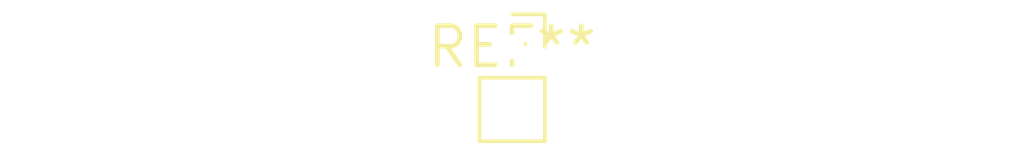
<source format=kicad_pcb>
(kicad_pcb (version 20240108) (generator pcbnew)
  (layers (0 "F.Cu" signal) (31 "B.Cu" signal) (34 "B.Paste" user) (35 "F.Paste" user) (36 "B.SilkS" user "B.Silkscreen") (37 "F.SilkS" user "F.Silkscreen") (38 "B.Mask" user) (39 "F.Mask" user) (44 "Edge.Cuts" user))
  (net 0 "")
  (footprint "PinSocket_1x02_P2.00mm_Vertical" (layer "F.Cu") (at 0 0)
    (property "Reference" "REF**")
    (property "Value" "PinSocket_1x02_P2.00mm_Vertical")
    (fp_line (start -1.06 1) (end -1.06 3.06) (layer "F.SilkS") (stroke (width 0.12)))
    (fp_line (start -1.06 1) (end 1.06 1) (layer "F.SilkS") (stroke (width 0.12)))
    (fp_line (start -1.06 3.06) (end 1.06 3.06) (layer "F.SilkS") (stroke (width 0.12)))
    (fp_line (start 0 -1.06) (end 1.06 -1.06) (layer "F.SilkS") (stroke (width 0.12)))
    (fp_line (start 1.06 -1.06) (end 1.06 0) (layer "F.SilkS") (stroke (width 0.12)))
    (fp_line (start 1.06 1) (end 1.06 3.06) (layer "F.SilkS") (stroke (width 0.12)))
    (pad "1" thru_hole rect (at 0 0) (size 1.35 1.35) (drill 0.8) (layers *.Cu *.Mask) (remove_unused_layers))
    (pad "2" thru_hole oval (at 0 2) (size 1.35 1.35) (drill 0.8) (layers *.Cu *.Mask) (remove_unused_layers))
  )
)
</source>
